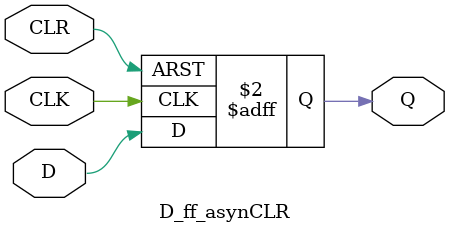
<source format=v>
module D_ff_asynCLR(CLK, CLR, D, Q);
	input CLK, CLR, D;
	output reg Q;
	
	always @ (posedge CLK or posedge CLR)
		if (CLR) Q <= 0;
		else Q <= D;
endmodule 
</source>
